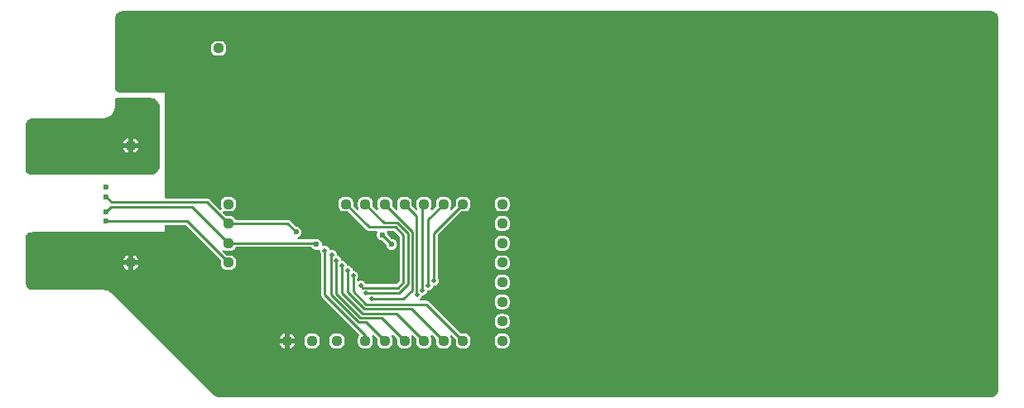
<source format=gbr>
%TF.GenerationSoftware,KiCad,Pcbnew,6.0.11+dfsg-1~bpo11+1*%
%TF.CreationDate,2024-03-27T18:48:50-04:00*%
%TF.ProjectId,WIP - Prototyping Module,57495020-2d20-4507-926f-746f74797069,0.0.0*%
%TF.SameCoordinates,Original*%
%TF.FileFunction,Copper,L2,Bot*%
%TF.FilePolarity,Positive*%
%FSLAX46Y46*%
G04 Gerber Fmt 4.6, Leading zero omitted, Abs format (unit mm)*
G04 Created by KiCad (PCBNEW 6.0.11+dfsg-1~bpo11+1) date 2024-03-27 18:48:50*
%MOMM*%
%LPD*%
G01*
G04 APERTURE LIST*
G04 Aperture macros list*
%AMRoundRect*
0 Rectangle with rounded corners*
0 $1 Rounding radius*
0 $2 $3 $4 $5 $6 $7 $8 $9 X,Y pos of 4 corners*
0 Add a 4 corners polygon primitive as box body*
4,1,4,$2,$3,$4,$5,$6,$7,$8,$9,$2,$3,0*
0 Add four circle primitives for the rounded corners*
1,1,$1+$1,$2,$3*
1,1,$1+$1,$4,$5*
1,1,$1+$1,$6,$7*
1,1,$1+$1,$8,$9*
0 Add four rect primitives between the rounded corners*
20,1,$1+$1,$2,$3,$4,$5,0*
20,1,$1+$1,$4,$5,$6,$7,0*
20,1,$1+$1,$6,$7,$8,$9,0*
20,1,$1+$1,$8,$9,$2,$3,0*%
G04 Aperture macros list end*
%TA.AperFunction,ComponentPad*%
%ADD10RoundRect,0.330000X-0.170000X-0.170000X0.170000X-0.170000X0.170000X0.170000X-0.170000X0.170000X0*%
%TD*%
%TA.AperFunction,ComponentPad*%
%ADD11RoundRect,0.330000X0.170000X-0.170000X0.170000X0.170000X-0.170000X0.170000X-0.170000X-0.170000X0*%
%TD*%
%TA.AperFunction,ViaPad*%
%ADD12C,1.600000*%
%TD*%
%TA.AperFunction,ViaPad*%
%ADD13C,0.800000*%
%TD*%
%TA.AperFunction,ViaPad*%
%ADD14C,0.600000*%
%TD*%
%TA.AperFunction,ViaPad*%
%ADD15C,0.500000*%
%TD*%
%TA.AperFunction,Conductor*%
%ADD16C,0.250000*%
%TD*%
G04 APERTURE END LIST*
D10*
%TO.P,TPc1,1,1*%
%TO.N,PC1*%
X87000000Y-114000000D03*
%TD*%
%TO.P,TP3,1,1*%
%TO.N,Dat0*%
X71000000Y-106000000D03*
%TD*%
%TO.P,TP1,1,1*%
%TO.N,Vsrc*%
X61000000Y-94000000D03*
%TD*%
D11*
%TO.P,TPc4,1,1*%
%TO.N,PC4*%
X93000000Y-114000000D03*
%TD*%
D10*
%TO.P,TPb4,1,1*%
%TO.N,PB4*%
X99000000Y-108000000D03*
%TD*%
D11*
%TO.P,TPa2,1,1*%
%TO.N,PA2*%
X85000000Y-100000000D03*
%TD*%
%TO.P,TPc5,1,1*%
%TO.N,PC5*%
X95000000Y-114000000D03*
%TD*%
%TO.P,TPa4,1,1*%
%TO.N,PA4*%
X89000000Y-100000000D03*
%TD*%
%TO.P,TP9,1,1*%
%TO.N,GND*%
X77000000Y-114000000D03*
%TD*%
D10*
%TO.P,TPb1,1,1*%
%TO.N,PB1*%
X99000000Y-102000000D03*
%TD*%
D11*
%TO.P,TPc2,1,1*%
%TO.N,PC2*%
X89000000Y-114000000D03*
%TD*%
%TO.P,TPa7,1,1*%
%TO.N,PA7*%
X95000000Y-100000000D03*
%TD*%
D10*
%TO.P,TPc0,1,1*%
%TO.N,PC0*%
X85000000Y-114000000D03*
%TD*%
%TO.P,TP2,1,1*%
%TO.N,Vin*%
X70000000Y-84074000D03*
%TD*%
%TO.P,TPb5,1,1*%
%TO.N,PB5*%
X99000000Y-110000000D03*
%TD*%
%TO.P,TP7,1,1*%
%TO.N,GND*%
X61000000Y-106000000D03*
%TD*%
D11*
%TO.P,TPa0,1,1*%
%TO.N,~{RESET}*%
X82080000Y-114000000D03*
%TD*%
%TO.P,TPa6,1,1*%
%TO.N,PA6*%
X93000000Y-100000000D03*
%TD*%
%TO.P,TPa1,1,1*%
%TO.N,PA1*%
X83000000Y-100000000D03*
%TD*%
D10*
%TO.P,TPb2,1,1*%
%TO.N,PB2*%
X99000000Y-104000000D03*
%TD*%
%TO.P,TP6,1,1*%
%TO.N,PB0*%
X71000000Y-104000000D03*
%TD*%
D11*
%TO.P,TP8,1,1*%
%TO.N,I2C-Vcc*%
X79540000Y-114000000D03*
%TD*%
%TO.P,TPa5,1,1*%
%TO.N,PA5*%
X91000000Y-100000000D03*
%TD*%
D10*
%TO.P,TPb7,1,1*%
%TO.N,PB7*%
X99000000Y-114000000D03*
%TD*%
%TO.P,TPb0,1,1*%
%TO.N,PB0*%
X99000000Y-100000000D03*
%TD*%
%TO.P,TPb3,1,1*%
%TO.N,PB3*%
X99000000Y-106000000D03*
%TD*%
D11*
%TO.P,TPc3,1,1*%
%TO.N,PC3*%
X91000000Y-114000000D03*
%TD*%
%TO.P,TPa3,1,1*%
%TO.N,PA3*%
X87000000Y-100000000D03*
%TD*%
D10*
%TO.P,TP4,1,1*%
%TO.N,I2C-Vcc*%
X71000000Y-100000000D03*
%TD*%
%TO.P,TP5,1,1*%
%TO.N,PB1*%
X71000000Y-102000000D03*
%TD*%
%TO.P,TPb6,1,1*%
%TO.N,PB6*%
X99000000Y-112000000D03*
%TD*%
D12*
%TO.N,GND*%
X70040000Y-119000000D03*
X75000000Y-119000000D03*
X63000000Y-104000000D03*
X148000000Y-119000000D03*
D13*
X86602225Y-107596737D03*
X87366058Y-107010000D03*
D12*
X148000000Y-98552000D03*
D13*
X88062376Y-106383869D03*
D12*
X125000000Y-98552000D03*
X100000000Y-119000000D03*
X59000000Y-104000000D03*
D13*
X86614000Y-106372094D03*
X88003499Y-107643839D03*
D12*
X125000000Y-119000000D03*
D14*
%TO.N,Dat0*%
X58500000Y-101760000D03*
D15*
%TO.N,PA4*%
X90275494Y-109286500D03*
%TO.N,PA5*%
X90816265Y-108834500D03*
%TO.N,PA6*%
X91405346Y-108334500D03*
%TO.N,PA7*%
X92017250Y-107834500D03*
%TO.N,PA1*%
X84526000Y-108334500D03*
%TO.N,PA2*%
X85090000Y-109129500D03*
%TO.N,PA3*%
X85636000Y-109704000D03*
D14*
%TO.N,PB0*%
X80010000Y-104140000D03*
X58500000Y-100760000D03*
%TO.N,PB1*%
X86719221Y-103151601D03*
X58500000Y-99240000D03*
X87682777Y-104115157D03*
X77915000Y-102870000D03*
D15*
%TO.N,PC2*%
X82043020Y-105761020D03*
%TO.N,PC3*%
X82638000Y-106334500D03*
%TO.N,PC4*%
X83232000Y-106834500D03*
%TO.N,PC5*%
X83748000Y-107334500D03*
D12*
%TO.N,Vsrc*%
X63000000Y-96000000D03*
X59000000Y-96000000D03*
D14*
%TO.N,I2C-Vcc*%
X58500000Y-98240000D03*
D15*
%TO.N,PC0*%
X80860520Y-104736520D03*
%TO.N,PC1*%
X81564520Y-105186520D03*
%TD*%
D16*
%TO.N,Dat0*%
X66760000Y-101760000D02*
X58500000Y-101760000D01*
X71000000Y-106000000D02*
X66760000Y-101760000D01*
%TO.N,PA4*%
X90241265Y-109252271D02*
X90241265Y-101241265D01*
X90275494Y-109286500D02*
X90241265Y-109252271D01*
X90241265Y-101241265D02*
X89000000Y-100000000D01*
%TO.N,PA5*%
X90816265Y-108834500D02*
X90816265Y-100183735D01*
X90816265Y-100183735D02*
X91000000Y-100000000D01*
%TO.N,PA6*%
X91405346Y-108334500D02*
X91405346Y-101594654D01*
X91405346Y-101594654D02*
X93000000Y-100000000D01*
%TO.N,PA7*%
X92017250Y-107834500D02*
X92017250Y-102982750D01*
X92017250Y-102982750D02*
X95000000Y-100000000D01*
%TO.N,PA1*%
X88891265Y-103164057D02*
X88891265Y-108017604D01*
X84746500Y-108555000D02*
X84526000Y-108334500D01*
X85362000Y-102362000D02*
X88089208Y-102362000D01*
X88353869Y-108555000D02*
X84746500Y-108555000D01*
X88089208Y-102362000D02*
X88891265Y-103164057D01*
X88891265Y-108017604D02*
X88353869Y-108555000D01*
X83000000Y-100000000D02*
X85362000Y-102362000D01*
%TO.N,PA2*%
X89341265Y-108204000D02*
X88415765Y-109129500D01*
X89341265Y-102977661D02*
X89341265Y-108204000D01*
X88275604Y-101912000D02*
X89341265Y-102977661D01*
X85000000Y-100000000D02*
X86912000Y-101912000D01*
X88415765Y-109129500D02*
X85090000Y-109129500D01*
X86912000Y-101912000D02*
X88275604Y-101912000D01*
%TO.N,PA3*%
X88900000Y-109728000D02*
X89791265Y-108836735D01*
X89791265Y-102791265D02*
X87000000Y-100000000D01*
X85660000Y-109728000D02*
X88900000Y-109728000D01*
X85636000Y-109704000D02*
X85660000Y-109728000D01*
X89791265Y-108836735D02*
X89791265Y-102791265D01*
%TO.N,PB0*%
X58988000Y-100272000D02*
X58500000Y-100760000D01*
X79870000Y-104000000D02*
X71000000Y-104000000D01*
X80010000Y-104140000D02*
X79870000Y-104000000D01*
X67272000Y-100272000D02*
X58988000Y-100272000D01*
X71000000Y-104000000D02*
X67272000Y-100272000D01*
%TO.N,PB1*%
X59082000Y-99822000D02*
X63500000Y-99822000D01*
X77045000Y-102000000D02*
X71000000Y-102000000D01*
X77915000Y-102870000D02*
X77045000Y-102000000D01*
X71000000Y-102000000D02*
X68822000Y-99822000D01*
X68822000Y-99822000D02*
X63500000Y-99822000D01*
X58500000Y-99240000D02*
X59082000Y-99822000D01*
X86719221Y-103151601D02*
X87682777Y-104115157D01*
%TO.N,PC2*%
X86629000Y-111629000D02*
X84501812Y-111629000D01*
X84501812Y-111629000D02*
X82043020Y-109170208D01*
X89000000Y-114000000D02*
X86629000Y-111629000D01*
X82043020Y-109170208D02*
X82043020Y-105761020D01*
%TO.N,PC3*%
X84688208Y-111179000D02*
X82638000Y-109128792D01*
X88179000Y-111179000D02*
X84688208Y-111179000D01*
X91000000Y-114000000D02*
X88179000Y-111179000D01*
X82638000Y-109128792D02*
X82638000Y-106334500D01*
%TO.N,PC4*%
X89729000Y-110729000D02*
X84874604Y-110729000D01*
X83173000Y-106893500D02*
X83232000Y-106834500D01*
X83173000Y-109027396D02*
X83173000Y-106893500D01*
X84874604Y-110729000D02*
X83173000Y-109027396D01*
X93000000Y-114000000D02*
X89729000Y-110729000D01*
%TO.N,PC5*%
X83748000Y-108966000D02*
X83748000Y-107334500D01*
X85061000Y-110279000D02*
X83748000Y-108966000D01*
X91279000Y-110279000D02*
X85061000Y-110279000D01*
X95000000Y-114000000D02*
X91279000Y-110279000D01*
%TO.N,PC0*%
X80860520Y-109260500D02*
X85000000Y-113399980D01*
X85000000Y-113399980D02*
X85000000Y-114000000D01*
X80860520Y-104736520D02*
X80860520Y-109260500D01*
%TO.N,PC1*%
X87000000Y-114000000D02*
X85079000Y-112079000D01*
X85079000Y-112079000D02*
X84315416Y-112079000D01*
X81468020Y-109231604D02*
X81468020Y-105283020D01*
X81468020Y-105283020D02*
X81564520Y-105186520D01*
X84315416Y-112079000D02*
X81468020Y-109231604D01*
%TD*%
%TA.AperFunction,Conductor*%
%TO.N,GND*%
G36*
X148987103Y-80256921D02*
G01*
X149000000Y-80259486D01*
X149012170Y-80257065D01*
X149019856Y-80257065D01*
X149032207Y-80257672D01*
X149133092Y-80267609D01*
X149157309Y-80272425D01*
X149273426Y-80307649D01*
X149296226Y-80317093D01*
X149403239Y-80374292D01*
X149423770Y-80388011D01*
X149517556Y-80464981D01*
X149535019Y-80482444D01*
X149611989Y-80576230D01*
X149625708Y-80596761D01*
X149682907Y-80703774D01*
X149692351Y-80726574D01*
X149727575Y-80842691D01*
X149732391Y-80866908D01*
X149742328Y-80967793D01*
X149742935Y-80980144D01*
X149742935Y-80987830D01*
X149740514Y-81000000D01*
X149742935Y-81012170D01*
X149743079Y-81012894D01*
X149745500Y-81037476D01*
X149745500Y-118962524D01*
X149743079Y-118987103D01*
X149740514Y-119000000D01*
X149742935Y-119012170D01*
X149742935Y-119019856D01*
X149742328Y-119032207D01*
X149732391Y-119133092D01*
X149727575Y-119157309D01*
X149692351Y-119273426D01*
X149682907Y-119296226D01*
X149625708Y-119403239D01*
X149611989Y-119423770D01*
X149535019Y-119517556D01*
X149517556Y-119535019D01*
X149423770Y-119611989D01*
X149403239Y-119625708D01*
X149296226Y-119682907D01*
X149273426Y-119692351D01*
X149157309Y-119727575D01*
X149133092Y-119732391D01*
X149032207Y-119742328D01*
X149019856Y-119742935D01*
X149012170Y-119742935D01*
X149000000Y-119740514D01*
X148987103Y-119743079D01*
X148962524Y-119745500D01*
X70180761Y-119745500D01*
X70156641Y-119743169D01*
X70143038Y-119740516D01*
X70130875Y-119742982D01*
X70118561Y-119743028D01*
X70107791Y-119742606D01*
X69971926Y-119731449D01*
X69950681Y-119727856D01*
X69841033Y-119699481D01*
X69794919Y-119687548D01*
X69774590Y-119680383D01*
X69653636Y-119625714D01*
X69627978Y-119614117D01*
X69609169Y-119603592D01*
X69476005Y-119513311D01*
X69459263Y-119499733D01*
X69361212Y-119405212D01*
X69354584Y-119396656D01*
X69353760Y-119397376D01*
X69345595Y-119388031D01*
X69339411Y-119377273D01*
X69318771Y-119361374D01*
X69306567Y-119350650D01*
X64227501Y-114271583D01*
X76254335Y-114271583D01*
X76259954Y-114314267D01*
X76264192Y-114330085D01*
X76316717Y-114456892D01*
X76324903Y-114471070D01*
X76408460Y-114579962D01*
X76420040Y-114591542D01*
X76528928Y-114675095D01*
X76543111Y-114683283D01*
X76669916Y-114735808D01*
X76685733Y-114740046D01*
X76728039Y-114745615D01*
X76742221Y-114743404D01*
X76746000Y-114730246D01*
X76746000Y-114729865D01*
X77254000Y-114729865D01*
X77258044Y-114743636D01*
X77271583Y-114745665D01*
X77314267Y-114740046D01*
X77330085Y-114735808D01*
X77456892Y-114683283D01*
X77471070Y-114675097D01*
X77579962Y-114591540D01*
X77591542Y-114579960D01*
X77675095Y-114471072D01*
X77683283Y-114456889D01*
X77735808Y-114330084D01*
X77740046Y-114314267D01*
X77745615Y-114271961D01*
X77743404Y-114257779D01*
X77730246Y-114254000D01*
X77272115Y-114254000D01*
X77256876Y-114258475D01*
X77255671Y-114259865D01*
X77254000Y-114267548D01*
X77254000Y-114729865D01*
X76746000Y-114729865D01*
X76746000Y-114272115D01*
X76741525Y-114256876D01*
X76740135Y-114255671D01*
X76732452Y-114254000D01*
X76270135Y-114254000D01*
X76256364Y-114258044D01*
X76254335Y-114271583D01*
X64227501Y-114271583D01*
X63747605Y-113791687D01*
X78785500Y-113791687D01*
X78785501Y-114208312D01*
X78786039Y-114212396D01*
X78786039Y-114212402D01*
X78793900Y-114272115D01*
X78800544Y-114322585D01*
X78859440Y-114464772D01*
X78953129Y-114586871D01*
X79075228Y-114680560D01*
X79217415Y-114739456D01*
X79225603Y-114740534D01*
X79327593Y-114753961D01*
X79331687Y-114754500D01*
X79539974Y-114754500D01*
X79748312Y-114754499D01*
X79752396Y-114753961D01*
X79752402Y-114753961D01*
X79854398Y-114740534D01*
X79854400Y-114740533D01*
X79862585Y-114739456D01*
X80004772Y-114680560D01*
X80126871Y-114586871D01*
X80220560Y-114464772D01*
X80279456Y-114322585D01*
X80286121Y-114271961D01*
X80293962Y-114212400D01*
X80293962Y-114212399D01*
X80294500Y-114208313D01*
X80294499Y-113791688D01*
X80294499Y-113791687D01*
X81325500Y-113791687D01*
X81325501Y-114208312D01*
X81326039Y-114212396D01*
X81326039Y-114212402D01*
X81333900Y-114272115D01*
X81340544Y-114322585D01*
X81399440Y-114464772D01*
X81493129Y-114586871D01*
X81615228Y-114680560D01*
X81757415Y-114739456D01*
X81765603Y-114740534D01*
X81867593Y-114753961D01*
X81871687Y-114754500D01*
X82079974Y-114754500D01*
X82288312Y-114754499D01*
X82292396Y-114753961D01*
X82292402Y-114753961D01*
X82394398Y-114740534D01*
X82394400Y-114740533D01*
X82402585Y-114739456D01*
X82544772Y-114680560D01*
X82666871Y-114586871D01*
X82760560Y-114464772D01*
X82819456Y-114322585D01*
X82826121Y-114271961D01*
X82833962Y-114212400D01*
X82833962Y-114212399D01*
X82834500Y-114208313D01*
X82834499Y-113791688D01*
X82827953Y-113741956D01*
X82820534Y-113685602D01*
X82820533Y-113685600D01*
X82819456Y-113677415D01*
X82760560Y-113535228D01*
X82666871Y-113413129D01*
X82544772Y-113319440D01*
X82402585Y-113260544D01*
X82372597Y-113256596D01*
X82292400Y-113246038D01*
X82292399Y-113246038D01*
X82288313Y-113245500D01*
X82080026Y-113245500D01*
X81871688Y-113245501D01*
X81867604Y-113246039D01*
X81867598Y-113246039D01*
X81765602Y-113259466D01*
X81765600Y-113259467D01*
X81757415Y-113260544D01*
X81615228Y-113319440D01*
X81493129Y-113413129D01*
X81399440Y-113535228D01*
X81340544Y-113677415D01*
X81339466Y-113685602D01*
X81339466Y-113685603D01*
X81333830Y-113728417D01*
X81325500Y-113791687D01*
X80294499Y-113791687D01*
X80287953Y-113741956D01*
X80280534Y-113685602D01*
X80280533Y-113685600D01*
X80279456Y-113677415D01*
X80220560Y-113535228D01*
X80126871Y-113413129D01*
X80004772Y-113319440D01*
X79862585Y-113260544D01*
X79832597Y-113256596D01*
X79752400Y-113246038D01*
X79752399Y-113246038D01*
X79748313Y-113245500D01*
X79540026Y-113245500D01*
X79331688Y-113245501D01*
X79327604Y-113246039D01*
X79327598Y-113246039D01*
X79225602Y-113259466D01*
X79225600Y-113259467D01*
X79217415Y-113260544D01*
X79075228Y-113319440D01*
X78953129Y-113413129D01*
X78859440Y-113535228D01*
X78800544Y-113677415D01*
X78799466Y-113685602D01*
X78799466Y-113685603D01*
X78793830Y-113728417D01*
X78785500Y-113791687D01*
X63747605Y-113791687D01*
X63683957Y-113728039D01*
X76254385Y-113728039D01*
X76256596Y-113742221D01*
X76269754Y-113746000D01*
X76727885Y-113746000D01*
X76743124Y-113741525D01*
X76744329Y-113740135D01*
X76746000Y-113732452D01*
X76746000Y-113727885D01*
X77254000Y-113727885D01*
X77258475Y-113743124D01*
X77259865Y-113744329D01*
X77267548Y-113746000D01*
X77729865Y-113746000D01*
X77743636Y-113741956D01*
X77745665Y-113728417D01*
X77740046Y-113685733D01*
X77735808Y-113669915D01*
X77683283Y-113543108D01*
X77675097Y-113528930D01*
X77591540Y-113420038D01*
X77579960Y-113408458D01*
X77471072Y-113324905D01*
X77456889Y-113316717D01*
X77330084Y-113264192D01*
X77314267Y-113259954D01*
X77271961Y-113254385D01*
X77257779Y-113256596D01*
X77254000Y-113269754D01*
X77254000Y-113727885D01*
X76746000Y-113727885D01*
X76746000Y-113270135D01*
X76741956Y-113256364D01*
X76728417Y-113254335D01*
X76685733Y-113259954D01*
X76669915Y-113264192D01*
X76543108Y-113316717D01*
X76528930Y-113324903D01*
X76420038Y-113408460D01*
X76408458Y-113420040D01*
X76324905Y-113528928D01*
X76316717Y-113543111D01*
X76264192Y-113669916D01*
X76259954Y-113685733D01*
X76254385Y-113728039D01*
X63683957Y-113728039D01*
X59357851Y-109401933D01*
X59351235Y-109394786D01*
X59347187Y-109390058D01*
X59341110Y-109379238D01*
X59333353Y-109373138D01*
X59328049Y-109367707D01*
X59327838Y-109367460D01*
X59327594Y-109367240D01*
X59182604Y-109218765D01*
X59179367Y-109216220D01*
X59179362Y-109216215D01*
X59046114Y-109111433D01*
X59005371Y-109079394D01*
X58969395Y-109058050D01*
X58815007Y-108966453D01*
X58815005Y-108966452D01*
X58811462Y-108964350D01*
X58807673Y-108962728D01*
X58807670Y-108962726D01*
X58607983Y-108877221D01*
X58604195Y-108875599D01*
X58387118Y-108814662D01*
X58383032Y-108814075D01*
X58383029Y-108814074D01*
X58181750Y-108785140D01*
X58181369Y-108785060D01*
X58180986Y-108785030D01*
X58173582Y-108783966D01*
X58164044Y-108781289D01*
X58151719Y-108782763D01*
X58136291Y-108784608D01*
X58121329Y-108785500D01*
X51037476Y-108785500D01*
X51012897Y-108783079D01*
X51000000Y-108780514D01*
X50987830Y-108782935D01*
X50980144Y-108782935D01*
X50967793Y-108782328D01*
X50866908Y-108772391D01*
X50842691Y-108767575D01*
X50726574Y-108732351D01*
X50703774Y-108722907D01*
X50596761Y-108665708D01*
X50576230Y-108651989D01*
X50482444Y-108575019D01*
X50464981Y-108557556D01*
X50388011Y-108463770D01*
X50374292Y-108443239D01*
X50317093Y-108336226D01*
X50307649Y-108313426D01*
X50272425Y-108197309D01*
X50267609Y-108173092D01*
X50257672Y-108072207D01*
X50257065Y-108059856D01*
X50257065Y-108052170D01*
X50259486Y-108040000D01*
X50256921Y-108027103D01*
X50254500Y-108002524D01*
X50254500Y-106271583D01*
X60254335Y-106271583D01*
X60259954Y-106314267D01*
X60264192Y-106330085D01*
X60316717Y-106456892D01*
X60324903Y-106471070D01*
X60408460Y-106579962D01*
X60420040Y-106591542D01*
X60528928Y-106675095D01*
X60543111Y-106683283D01*
X60669916Y-106735808D01*
X60685733Y-106740046D01*
X60728039Y-106745615D01*
X60742221Y-106743404D01*
X60746000Y-106730246D01*
X60746000Y-106729865D01*
X61254000Y-106729865D01*
X61258044Y-106743636D01*
X61271583Y-106745665D01*
X61314267Y-106740046D01*
X61330085Y-106735808D01*
X61456892Y-106683283D01*
X61471070Y-106675097D01*
X61579962Y-106591540D01*
X61591542Y-106579960D01*
X61675095Y-106471072D01*
X61683283Y-106456889D01*
X61735808Y-106330084D01*
X61740046Y-106314267D01*
X61745615Y-106271961D01*
X61743404Y-106257779D01*
X61730246Y-106254000D01*
X61272115Y-106254000D01*
X61256876Y-106258475D01*
X61255671Y-106259865D01*
X61254000Y-106267548D01*
X61254000Y-106729865D01*
X60746000Y-106729865D01*
X60746000Y-106272115D01*
X60741525Y-106256876D01*
X60740135Y-106255671D01*
X60732452Y-106254000D01*
X60270135Y-106254000D01*
X60256364Y-106258044D01*
X60254335Y-106271583D01*
X50254500Y-106271583D01*
X50254500Y-105728039D01*
X60254385Y-105728039D01*
X60256596Y-105742221D01*
X60269754Y-105746000D01*
X60727885Y-105746000D01*
X60743124Y-105741525D01*
X60744329Y-105740135D01*
X60746000Y-105732452D01*
X60746000Y-105727885D01*
X61254000Y-105727885D01*
X61258475Y-105743124D01*
X61259865Y-105744329D01*
X61267548Y-105746000D01*
X61729865Y-105746000D01*
X61743636Y-105741956D01*
X61745665Y-105728417D01*
X61740046Y-105685733D01*
X61735808Y-105669915D01*
X61683283Y-105543108D01*
X61675097Y-105528930D01*
X61591540Y-105420038D01*
X61579960Y-105408458D01*
X61471072Y-105324905D01*
X61456889Y-105316717D01*
X61330084Y-105264192D01*
X61314267Y-105259954D01*
X61271961Y-105254385D01*
X61257779Y-105256596D01*
X61254000Y-105269754D01*
X61254000Y-105727885D01*
X60746000Y-105727885D01*
X60746000Y-105270135D01*
X60741956Y-105256364D01*
X60728417Y-105254335D01*
X60685733Y-105259954D01*
X60669915Y-105264192D01*
X60543108Y-105316717D01*
X60528930Y-105324903D01*
X60420038Y-105408460D01*
X60408458Y-105420040D01*
X60324905Y-105528928D01*
X60316717Y-105543111D01*
X60264192Y-105669916D01*
X60259954Y-105685733D01*
X60254385Y-105728039D01*
X50254500Y-105728039D01*
X50254500Y-103254759D01*
X50274502Y-103186638D01*
X50283100Y-103174826D01*
X50285022Y-103172484D01*
X50302485Y-103155021D01*
X50434842Y-103046399D01*
X50455369Y-103032683D01*
X50606371Y-102951971D01*
X50629191Y-102942518D01*
X50793043Y-102892815D01*
X50817260Y-102887999D01*
X50993837Y-102870607D01*
X51006187Y-102870000D01*
X64516000Y-102870000D01*
X64516000Y-102156166D01*
X64550845Y-102140627D01*
X64567662Y-102139500D01*
X66550616Y-102139500D01*
X66618737Y-102159502D01*
X66639711Y-102176405D01*
X70208595Y-105745289D01*
X70242621Y-105807601D01*
X70245500Y-105834384D01*
X70245501Y-106208312D01*
X70246039Y-106212396D01*
X70246039Y-106212402D01*
X70259449Y-106314267D01*
X70260544Y-106322585D01*
X70319440Y-106464772D01*
X70413129Y-106586871D01*
X70535228Y-106680560D01*
X70677415Y-106739456D01*
X70685603Y-106740534D01*
X70787593Y-106753961D01*
X70791687Y-106754500D01*
X70999974Y-106754500D01*
X71208312Y-106754499D01*
X71212396Y-106753961D01*
X71212402Y-106753961D01*
X71314398Y-106740534D01*
X71314400Y-106740533D01*
X71322585Y-106739456D01*
X71464772Y-106680560D01*
X71586871Y-106586871D01*
X71680560Y-106464772D01*
X71739456Y-106322585D01*
X71740551Y-106314267D01*
X71753962Y-106212400D01*
X71753962Y-106212399D01*
X71754500Y-106208313D01*
X71754499Y-105791688D01*
X71752102Y-105773473D01*
X71740534Y-105685602D01*
X71740533Y-105685600D01*
X71739456Y-105677415D01*
X71680560Y-105535228D01*
X71586871Y-105413129D01*
X71464772Y-105319440D01*
X71322585Y-105260544D01*
X71292597Y-105256596D01*
X71212400Y-105246038D01*
X71212399Y-105246038D01*
X71208313Y-105245500D01*
X71171633Y-105245500D01*
X70834385Y-105245501D01*
X70766265Y-105225499D01*
X70745290Y-105208596D01*
X70440325Y-104903631D01*
X70406299Y-104841319D01*
X70411364Y-104770504D01*
X70453911Y-104713668D01*
X70520431Y-104688857D01*
X70577638Y-104698127D01*
X70669786Y-104736296D01*
X70677415Y-104739456D01*
X70685603Y-104740534D01*
X70787593Y-104753961D01*
X70791687Y-104754500D01*
X70999974Y-104754500D01*
X71208312Y-104754499D01*
X71212396Y-104753961D01*
X71212402Y-104753961D01*
X71314398Y-104740534D01*
X71314400Y-104740533D01*
X71322585Y-104739456D01*
X71464772Y-104680560D01*
X71474150Y-104673364D01*
X71580321Y-104591897D01*
X71586871Y-104586871D01*
X71645372Y-104510631D01*
X71675531Y-104471326D01*
X71680560Y-104464772D01*
X71683721Y-104457140D01*
X71687850Y-104449989D01*
X71689004Y-104450655D01*
X71728205Y-104402005D01*
X71800071Y-104379500D01*
X79432706Y-104379500D01*
X79500827Y-104399502D01*
X79532668Y-104428796D01*
X79609495Y-104528919D01*
X79609500Y-104528924D01*
X79614526Y-104535474D01*
X79621076Y-104540500D01*
X79621079Y-104540503D01*
X79697981Y-104599512D01*
X79730357Y-104624355D01*
X79865246Y-104680228D01*
X79873434Y-104681306D01*
X79930791Y-104688857D01*
X80010000Y-104699285D01*
X80018188Y-104698207D01*
X80059062Y-104692826D01*
X80089209Y-104688857D01*
X80146566Y-104681306D01*
X80154754Y-104680228D01*
X80162382Y-104677068D01*
X80162387Y-104677067D01*
X80182738Y-104668637D01*
X80253328Y-104661047D01*
X80316815Y-104692826D01*
X80353043Y-104753884D01*
X80355893Y-104768707D01*
X80360304Y-104802438D01*
X80369608Y-104873585D01*
X80427809Y-105005859D01*
X80433581Y-105012726D01*
X80433585Y-105012732D01*
X80451470Y-105034008D01*
X80479992Y-105099024D01*
X80481020Y-105115084D01*
X80481020Y-109206580D01*
X80478471Y-109230528D01*
X80478392Y-109232193D01*
X80476200Y-109242376D01*
X80477424Y-109252717D01*
X80480147Y-109275723D01*
X80480497Y-109281654D01*
X80480592Y-109281646D01*
X80481020Y-109286824D01*
X80481020Y-109292024D01*
X80481874Y-109297153D01*
X80481874Y-109297156D01*
X80484189Y-109311065D01*
X80485026Y-109316943D01*
X80487509Y-109337918D01*
X80491050Y-109367841D01*
X80495013Y-109376093D01*
X80496516Y-109385126D01*
X80501463Y-109394295D01*
X80501464Y-109394297D01*
X80520854Y-109430232D01*
X80523551Y-109435525D01*
X80542305Y-109474582D01*
X80542308Y-109474586D01*
X80545739Y-109481732D01*
X80549334Y-109486008D01*
X80551257Y-109487931D01*
X80553029Y-109489863D01*
X80553072Y-109489942D01*
X80552948Y-109490055D01*
X80553424Y-109490595D01*
X80556510Y-109496314D01*
X80564155Y-109503381D01*
X80596106Y-109532916D01*
X80599672Y-109536346D01*
X84362489Y-113299163D01*
X84396515Y-113361475D01*
X84391450Y-113432290D01*
X84373357Y-113464961D01*
X84324469Y-113528674D01*
X84319440Y-113535228D01*
X84260544Y-113677415D01*
X84259466Y-113685602D01*
X84259466Y-113685603D01*
X84253830Y-113728417D01*
X84245500Y-113791687D01*
X84245501Y-114208312D01*
X84246039Y-114212396D01*
X84246039Y-114212402D01*
X84253900Y-114272115D01*
X84260544Y-114322585D01*
X84319440Y-114464772D01*
X84413129Y-114586871D01*
X84535228Y-114680560D01*
X84677415Y-114739456D01*
X84685603Y-114740534D01*
X84787593Y-114753961D01*
X84791687Y-114754500D01*
X84999974Y-114754500D01*
X85208312Y-114754499D01*
X85212396Y-114753961D01*
X85212402Y-114753961D01*
X85314398Y-114740534D01*
X85314400Y-114740533D01*
X85322585Y-114739456D01*
X85464772Y-114680560D01*
X85586871Y-114586871D01*
X85680560Y-114464772D01*
X85739456Y-114322585D01*
X85746121Y-114271961D01*
X85753962Y-114212400D01*
X85753962Y-114212399D01*
X85754500Y-114208313D01*
X85754499Y-113791688D01*
X85747953Y-113741956D01*
X85740534Y-113685602D01*
X85740533Y-113685600D01*
X85739456Y-113677415D01*
X85698127Y-113577638D01*
X85690538Y-113507048D01*
X85722317Y-113443561D01*
X85783375Y-113407334D01*
X85854327Y-113409868D01*
X85903631Y-113440325D01*
X86208595Y-113745289D01*
X86242621Y-113807601D01*
X86245500Y-113834384D01*
X86245501Y-114208312D01*
X86246039Y-114212396D01*
X86246039Y-114212402D01*
X86253900Y-114272115D01*
X86260544Y-114322585D01*
X86319440Y-114464772D01*
X86413129Y-114586871D01*
X86535228Y-114680560D01*
X86677415Y-114739456D01*
X86685603Y-114740534D01*
X86787593Y-114753961D01*
X86791687Y-114754500D01*
X86999974Y-114754500D01*
X87208312Y-114754499D01*
X87212396Y-114753961D01*
X87212402Y-114753961D01*
X87314398Y-114740534D01*
X87314400Y-114740533D01*
X87322585Y-114739456D01*
X87464772Y-114680560D01*
X87586871Y-114586871D01*
X87680560Y-114464772D01*
X87739456Y-114322585D01*
X87746121Y-114271961D01*
X87753962Y-114212400D01*
X87753962Y-114212399D01*
X87754500Y-114208313D01*
X87754499Y-113791688D01*
X87747953Y-113741956D01*
X87740534Y-113685602D01*
X87740533Y-113685600D01*
X87739456Y-113677415D01*
X87698127Y-113577638D01*
X87690538Y-113507048D01*
X87722317Y-113443561D01*
X87783375Y-113407334D01*
X87854327Y-113409868D01*
X87903631Y-113440325D01*
X88208595Y-113745289D01*
X88242621Y-113807601D01*
X88245500Y-113834384D01*
X88245501Y-114208312D01*
X88246039Y-114212396D01*
X88246039Y-114212402D01*
X88253900Y-114272115D01*
X88260544Y-114322585D01*
X88319440Y-114464772D01*
X88413129Y-114586871D01*
X88535228Y-114680560D01*
X88677415Y-114739456D01*
X88685603Y-114740534D01*
X88787593Y-114753961D01*
X88791687Y-114754500D01*
X88999974Y-114754500D01*
X89208312Y-114754499D01*
X89212396Y-114753961D01*
X89212402Y-114753961D01*
X89314398Y-114740534D01*
X89314400Y-114740533D01*
X89322585Y-114739456D01*
X89464772Y-114680560D01*
X89586871Y-114586871D01*
X89680560Y-114464772D01*
X89739456Y-114322585D01*
X89746121Y-114271961D01*
X89753962Y-114212400D01*
X89753962Y-114212399D01*
X89754500Y-114208313D01*
X89754499Y-113791688D01*
X89747953Y-113741956D01*
X89740534Y-113685602D01*
X89740533Y-113685600D01*
X89739456Y-113677415D01*
X89698127Y-113577638D01*
X89690538Y-113507050D01*
X89722317Y-113443563D01*
X89783375Y-113407335D01*
X89854326Y-113409869D01*
X89903631Y-113440326D01*
X90208595Y-113745290D01*
X90242621Y-113807602D01*
X90245500Y-113834384D01*
X90245501Y-114208312D01*
X90246039Y-114212396D01*
X90246039Y-114212402D01*
X90253900Y-114272115D01*
X90260544Y-114322585D01*
X90319440Y-114464772D01*
X90413129Y-114586871D01*
X90535228Y-114680560D01*
X90677415Y-114739456D01*
X90685603Y-114740534D01*
X90787593Y-114753961D01*
X90791687Y-114754500D01*
X90999974Y-114754500D01*
X91208312Y-114754499D01*
X91212396Y-114753961D01*
X91212402Y-114753961D01*
X91314398Y-114740534D01*
X91314400Y-114740533D01*
X91322585Y-114739456D01*
X91464772Y-114680560D01*
X91586871Y-114586871D01*
X91680560Y-114464772D01*
X91739456Y-114322585D01*
X91746121Y-114271961D01*
X91753962Y-114212400D01*
X91753962Y-114212399D01*
X91754500Y-114208313D01*
X91754499Y-113791688D01*
X91747953Y-113741956D01*
X91740534Y-113685602D01*
X91740533Y-113685600D01*
X91739456Y-113677415D01*
X91698127Y-113577638D01*
X91690538Y-113507048D01*
X91722317Y-113443561D01*
X91783375Y-113407334D01*
X91854327Y-113409868D01*
X91903631Y-113440325D01*
X92208595Y-113745289D01*
X92242621Y-113807601D01*
X92245500Y-113834384D01*
X92245501Y-114208312D01*
X92246039Y-114212396D01*
X92246039Y-114212402D01*
X92253900Y-114272115D01*
X92260544Y-114322585D01*
X92319440Y-114464772D01*
X92413129Y-114586871D01*
X92535228Y-114680560D01*
X92677415Y-114739456D01*
X92685603Y-114740534D01*
X92787593Y-114753961D01*
X92791687Y-114754500D01*
X92999974Y-114754500D01*
X93208312Y-114754499D01*
X93212396Y-114753961D01*
X93212402Y-114753961D01*
X93314398Y-114740534D01*
X93314400Y-114740533D01*
X93322585Y-114739456D01*
X93464772Y-114680560D01*
X93586871Y-114586871D01*
X93680560Y-114464772D01*
X93739456Y-114322585D01*
X93746121Y-114271961D01*
X93753962Y-114212400D01*
X93753962Y-114212399D01*
X93754500Y-114208313D01*
X93754499Y-113791688D01*
X93747953Y-113741956D01*
X93740534Y-113685602D01*
X93740533Y-113685600D01*
X93739456Y-113677415D01*
X93698127Y-113577638D01*
X93690538Y-113507048D01*
X93722317Y-113443561D01*
X93783375Y-113407334D01*
X93854327Y-113409868D01*
X93903631Y-113440325D01*
X94208595Y-113745289D01*
X94242621Y-113807601D01*
X94245500Y-113834384D01*
X94245501Y-114208312D01*
X94246039Y-114212396D01*
X94246039Y-114212402D01*
X94253900Y-114272115D01*
X94260544Y-114322585D01*
X94319440Y-114464772D01*
X94413129Y-114586871D01*
X94535228Y-114680560D01*
X94677415Y-114739456D01*
X94685603Y-114740534D01*
X94787593Y-114753961D01*
X94791687Y-114754500D01*
X94999974Y-114754500D01*
X95208312Y-114754499D01*
X95212396Y-114753961D01*
X95212402Y-114753961D01*
X95314398Y-114740534D01*
X95314400Y-114740533D01*
X95322585Y-114739456D01*
X95464772Y-114680560D01*
X95586871Y-114586871D01*
X95680560Y-114464772D01*
X95739456Y-114322585D01*
X95746121Y-114271961D01*
X95753962Y-114212400D01*
X95753962Y-114212399D01*
X95754500Y-114208313D01*
X95754499Y-113791688D01*
X95754499Y-113791687D01*
X98245500Y-113791687D01*
X98245501Y-114208312D01*
X98246039Y-114212396D01*
X98246039Y-114212402D01*
X98253900Y-114272115D01*
X98260544Y-114322585D01*
X98319440Y-114464772D01*
X98413129Y-114586871D01*
X98535228Y-114680560D01*
X98677415Y-114739456D01*
X98685603Y-114740534D01*
X98787593Y-114753961D01*
X98791687Y-114754500D01*
X98999974Y-114754500D01*
X99208312Y-114754499D01*
X99212396Y-114753961D01*
X99212402Y-114753961D01*
X99314398Y-114740534D01*
X99314400Y-114740533D01*
X99322585Y-114739456D01*
X99464772Y-114680560D01*
X99586871Y-114586871D01*
X99680560Y-114464772D01*
X99739456Y-114322585D01*
X99746121Y-114271961D01*
X99753962Y-114212400D01*
X99753962Y-114212399D01*
X99754500Y-114208313D01*
X99754499Y-113791688D01*
X99747953Y-113741956D01*
X99740534Y-113685602D01*
X99740533Y-113685600D01*
X99739456Y-113677415D01*
X99680560Y-113535228D01*
X99586871Y-113413129D01*
X99464772Y-113319440D01*
X99322585Y-113260544D01*
X99292597Y-113256596D01*
X99212400Y-113246038D01*
X99212399Y-113246038D01*
X99208313Y-113245500D01*
X99000026Y-113245500D01*
X98791688Y-113245501D01*
X98787604Y-113246039D01*
X98787598Y-113246039D01*
X98685602Y-113259466D01*
X98685600Y-113259467D01*
X98677415Y-113260544D01*
X98535228Y-113319440D01*
X98413129Y-113413129D01*
X98319440Y-113535228D01*
X98260544Y-113677415D01*
X98259466Y-113685602D01*
X98259466Y-113685603D01*
X98253830Y-113728417D01*
X98245500Y-113791687D01*
X95754499Y-113791687D01*
X95747953Y-113741956D01*
X95740534Y-113685602D01*
X95740533Y-113685600D01*
X95739456Y-113677415D01*
X95680560Y-113535228D01*
X95586871Y-113413129D01*
X95464772Y-113319440D01*
X95322585Y-113260544D01*
X95292597Y-113256596D01*
X95212400Y-113246038D01*
X95212399Y-113246038D01*
X95208313Y-113245500D01*
X95171633Y-113245500D01*
X94834385Y-113245501D01*
X94766265Y-113225499D01*
X94745290Y-113208596D01*
X93328381Y-111791687D01*
X98245500Y-111791687D01*
X98245501Y-112208312D01*
X98246039Y-112212396D01*
X98246039Y-112212402D01*
X98259466Y-112314397D01*
X98260544Y-112322585D01*
X98319440Y-112464772D01*
X98413129Y-112586871D01*
X98535228Y-112680560D01*
X98677415Y-112739456D01*
X98685603Y-112740534D01*
X98787593Y-112753961D01*
X98791687Y-112754500D01*
X98999974Y-112754500D01*
X99208312Y-112754499D01*
X99212396Y-112753961D01*
X99212402Y-112753961D01*
X99314398Y-112740534D01*
X99314400Y-112740533D01*
X99322585Y-112739456D01*
X99464772Y-112680560D01*
X99586871Y-112586871D01*
X99680560Y-112464772D01*
X99739456Y-112322585D01*
X99754500Y-112208313D01*
X99754499Y-111791688D01*
X99752118Y-111773595D01*
X99740534Y-111685602D01*
X99740533Y-111685600D01*
X99739456Y-111677415D01*
X99680560Y-111535228D01*
X99586871Y-111413129D01*
X99464772Y-111319440D01*
X99322585Y-111260544D01*
X99314397Y-111259466D01*
X99212400Y-111246038D01*
X99212399Y-111246038D01*
X99208313Y-111245500D01*
X99000026Y-111245500D01*
X98791688Y-111245501D01*
X98787604Y-111246039D01*
X98787598Y-111246039D01*
X98685602Y-111259466D01*
X98685600Y-111259467D01*
X98677415Y-111260544D01*
X98535228Y-111319440D01*
X98413129Y-111413129D01*
X98319440Y-111535228D01*
X98260544Y-111677415D01*
X98245500Y-111791687D01*
X93328381Y-111791687D01*
X91585478Y-110048784D01*
X91570336Y-110030036D01*
X91569221Y-110028811D01*
X91563571Y-110020060D01*
X91555393Y-110013613D01*
X91555391Y-110013611D01*
X91537200Y-109999271D01*
X91532759Y-109995325D01*
X91532697Y-109995398D01*
X91528733Y-109992039D01*
X91525056Y-109988362D01*
X91509308Y-109977108D01*
X91504638Y-109973602D01*
X91464353Y-109941844D01*
X91455719Y-109938812D01*
X91448266Y-109933486D01*
X91399150Y-109918797D01*
X91393508Y-109916964D01*
X91352633Y-109902610D01*
X91352632Y-109902610D01*
X91345149Y-109899982D01*
X91339584Y-109899500D01*
X91336876Y-109899500D01*
X91334242Y-109899386D01*
X91334144Y-109899357D01*
X91334151Y-109899193D01*
X91333447Y-109899149D01*
X91327222Y-109897287D01*
X91273365Y-109899403D01*
X91268418Y-109899500D01*
X90682086Y-109899500D01*
X90613965Y-109879498D01*
X90567472Y-109825842D01*
X90562561Y-109791687D01*
X98245500Y-109791687D01*
X98245501Y-110208312D01*
X98260544Y-110322585D01*
X98319440Y-110464772D01*
X98413129Y-110586871D01*
X98535228Y-110680560D01*
X98677415Y-110739456D01*
X98685603Y-110740534D01*
X98787593Y-110753961D01*
X98791687Y-110754500D01*
X98999974Y-110754500D01*
X99208312Y-110754499D01*
X99212396Y-110753961D01*
X99212402Y-110753961D01*
X99314398Y-110740534D01*
X99314400Y-110740533D01*
X99322585Y-110739456D01*
X99464772Y-110680560D01*
X99586871Y-110586871D01*
X99680560Y-110464772D01*
X99739456Y-110322585D01*
X99754500Y-110208313D01*
X99754499Y-109791688D01*
X99748556Y-109746537D01*
X99740534Y-109685602D01*
X99740533Y-109685600D01*
X99739456Y-109677415D01*
X99680560Y-109535228D01*
X99614811Y-109449542D01*
X99591897Y-109419679D01*
X99586871Y-109413129D01*
X99550377Y-109385126D01*
X99471326Y-109324469D01*
X99464772Y-109319440D01*
X99322585Y-109260544D01*
X99314397Y-109259466D01*
X99212400Y-109246038D01*
X99212399Y-109246038D01*
X99208313Y-109245500D01*
X99000026Y-109245500D01*
X98791688Y-109245501D01*
X98787604Y-109246039D01*
X98787598Y-109246039D01*
X98685602Y-109259466D01*
X98685600Y-109259467D01*
X98677415Y-109260544D01*
X98535228Y-109319440D01*
X98528674Y-109324469D01*
X98449624Y-109385126D01*
X98413129Y-109413129D01*
X98408103Y-109419679D01*
X98385189Y-109449542D01*
X98319440Y-109535228D01*
X98260544Y-109677415D01*
X98245500Y-109791687D01*
X90562561Y-109791687D01*
X90557368Y-109755568D01*
X90586862Y-109690988D01*
X90596757Y-109681300D01*
X90601066Y-109678654D01*
X90698045Y-109571514D01*
X90735609Y-109493981D01*
X90757140Y-109449542D01*
X90757141Y-109449538D01*
X90761054Y-109441462D01*
X90762543Y-109432611D01*
X90764325Y-109427027D01*
X90804091Y-109368213D01*
X90868787Y-109340302D01*
X90870285Y-109340115D01*
X90879263Y-109340280D01*
X90964863Y-109316943D01*
X91010028Y-109304630D01*
X91010030Y-109304629D01*
X91018687Y-109302269D01*
X91141837Y-109226654D01*
X91238816Y-109119514D01*
X91301825Y-108989462D01*
X91309346Y-108944760D01*
X91340373Y-108880902D01*
X91400999Y-108843956D01*
X91435907Y-108839686D01*
X91459366Y-108840116D01*
X91459370Y-108840116D01*
X91468344Y-108840280D01*
X91477008Y-108837918D01*
X91599109Y-108804630D01*
X91599111Y-108804629D01*
X91607768Y-108802269D01*
X91730918Y-108726654D01*
X91827897Y-108619514D01*
X91890906Y-108489462D01*
X91898497Y-108444343D01*
X91929524Y-108380485D01*
X91990150Y-108343539D01*
X92025059Y-108339269D01*
X92071270Y-108340116D01*
X92071274Y-108340116D01*
X92080248Y-108340280D01*
X92117174Y-108330213D01*
X92211013Y-108304630D01*
X92211015Y-108304629D01*
X92219672Y-108302269D01*
X92342822Y-108226654D01*
X92439801Y-108119514D01*
X92502810Y-107989462D01*
X92526786Y-107846953D01*
X92526938Y-107834500D01*
X92520807Y-107791687D01*
X98245500Y-107791687D01*
X98245501Y-108208312D01*
X98246039Y-108212396D01*
X98246039Y-108212402D01*
X98258180Y-108304630D01*
X98260544Y-108322585D01*
X98319440Y-108464772D01*
X98413129Y-108586871D01*
X98535228Y-108680560D01*
X98677415Y-108739456D01*
X98685603Y-108740534D01*
X98787593Y-108753961D01*
X98791687Y-108754500D01*
X98999974Y-108754500D01*
X99208312Y-108754499D01*
X99212396Y-108753961D01*
X99212402Y-108753961D01*
X99314398Y-108740534D01*
X99314400Y-108740533D01*
X99322585Y-108739456D01*
X99464772Y-108680560D01*
X99586871Y-108586871D01*
X99680560Y-108464772D01*
X99739456Y-108322585D01*
X99754500Y-108208313D01*
X99754499Y-107791688D01*
X99741304Y-107691448D01*
X99740534Y-107685602D01*
X99740533Y-107685600D01*
X99739456Y-107677415D01*
X99680560Y-107535228D01*
X99586871Y-107413129D01*
X99490733Y-107339360D01*
X99471326Y-107324469D01*
X99464772Y-107319440D01*
X99322585Y-107260544D01*
X99314397Y-107259466D01*
X99212400Y-107246038D01*
X99212399Y-107246038D01*
X99208313Y-107245500D01*
X99000026Y-107245500D01*
X98791688Y-107245501D01*
X98787604Y-107246039D01*
X98787598Y-107246039D01*
X98685602Y-107259466D01*
X98685600Y-107259467D01*
X98677415Y-107260544D01*
X98535228Y-107319440D01*
X98528674Y-107324469D01*
X98509268Y-107339360D01*
X98413129Y-107413129D01*
X98319440Y-107535228D01*
X98260544Y-107677415D01*
X98245500Y-107791687D01*
X92520807Y-107791687D01*
X92516469Y-107761399D01*
X92507724Y-107700335D01*
X92507723Y-107700333D01*
X92506451Y-107691448D01*
X92446638Y-107559895D01*
X92427297Y-107537448D01*
X92397983Y-107472787D01*
X92396750Y-107455201D01*
X92396750Y-105791687D01*
X98245500Y-105791687D01*
X98245501Y-106208312D01*
X98246039Y-106212396D01*
X98246039Y-106212402D01*
X98259449Y-106314267D01*
X98260544Y-106322585D01*
X98319440Y-106464772D01*
X98413129Y-106586871D01*
X98535228Y-106680560D01*
X98677415Y-106739456D01*
X98685603Y-106740534D01*
X98787593Y-106753961D01*
X98791687Y-106754500D01*
X98999974Y-106754500D01*
X99208312Y-106754499D01*
X99212396Y-106753961D01*
X99212402Y-106753961D01*
X99314398Y-106740534D01*
X99314400Y-106740533D01*
X99322585Y-106739456D01*
X99464772Y-106680560D01*
X99586871Y-106586871D01*
X99680560Y-106464772D01*
X99739456Y-106322585D01*
X99740551Y-106314267D01*
X99753962Y-106212400D01*
X99753962Y-106212399D01*
X99754500Y-106208313D01*
X99754499Y-105791688D01*
X99752102Y-105773473D01*
X99740534Y-105685602D01*
X99740533Y-105685600D01*
X99739456Y-105677415D01*
X99680560Y-105535228D01*
X99586871Y-105413129D01*
X99464772Y-105319440D01*
X99322585Y-105260544D01*
X99292597Y-105256596D01*
X99212400Y-105246038D01*
X99212399Y-105246038D01*
X99208313Y-105245500D01*
X99000026Y-105245500D01*
X98791688Y-105245501D01*
X98787604Y-105246039D01*
X98787598Y-105246039D01*
X98685602Y-105259466D01*
X98685600Y-105259467D01*
X98677415Y-105260544D01*
X98535228Y-105319440D01*
X98413129Y-105413129D01*
X98319440Y-105535228D01*
X98260544Y-105677415D01*
X98259466Y-105685602D01*
X98259466Y-105685603D01*
X98253830Y-105728417D01*
X98245500Y-105791687D01*
X92396750Y-105791687D01*
X92396750Y-103791687D01*
X98245500Y-103791687D01*
X98245501Y-104208312D01*
X98246039Y-104212396D01*
X98246039Y-104212402D01*
X98255564Y-104284754D01*
X98260544Y-104322585D01*
X98319440Y-104464772D01*
X98324469Y-104471326D01*
X98354629Y-104510631D01*
X98413129Y-104586871D01*
X98419679Y-104591897D01*
X98525850Y-104673364D01*
X98535228Y-104680560D01*
X98677415Y-104739456D01*
X98685603Y-104740534D01*
X98787593Y-104753961D01*
X98791687Y-104754500D01*
X98999974Y-104754500D01*
X99208312Y-104754499D01*
X99212396Y-104753961D01*
X99212402Y-104753961D01*
X99314398Y-104740534D01*
X99314400Y-104740533D01*
X99322585Y-104739456D01*
X99464772Y-104680560D01*
X99474150Y-104673364D01*
X99580321Y-104591897D01*
X99586871Y-104586871D01*
X99645372Y-104510631D01*
X99675531Y-104471326D01*
X99680560Y-104464772D01*
X99739456Y-104322585D01*
X99740534Y-104314397D01*
X99753962Y-104212400D01*
X99753962Y-104212399D01*
X99754500Y-104208313D01*
X99754499Y-103791688D01*
X99748295Y-103744555D01*
X99740534Y-103685602D01*
X99740533Y-103685600D01*
X99739456Y-103677415D01*
X99680560Y-103535228D01*
X99586871Y-103413129D01*
X99464772Y-103319440D01*
X99322585Y-103260544D01*
X99278643Y-103254759D01*
X99212400Y-103246038D01*
X99212399Y-103246038D01*
X99208313Y-103245500D01*
X99000026Y-103245500D01*
X98791688Y-103245501D01*
X98787604Y-103246039D01*
X98787598Y-103246039D01*
X98685602Y-103259466D01*
X98685600Y-103259467D01*
X98677415Y-103260544D01*
X98535228Y-103319440D01*
X98413129Y-103413129D01*
X98319440Y-103535228D01*
X98260544Y-103677415D01*
X98259466Y-103685602D01*
X98259466Y-103685603D01*
X98256138Y-103710886D01*
X98245500Y-103791687D01*
X92396750Y-103791687D01*
X92396750Y-103192134D01*
X92416752Y-103124013D01*
X92433655Y-103103039D01*
X93745007Y-101791687D01*
X98245500Y-101791687D01*
X98245501Y-102208312D01*
X98246039Y-102212396D01*
X98246039Y-102212402D01*
X98259327Y-102313343D01*
X98260544Y-102322585D01*
X98319440Y-102464772D01*
X98413129Y-102586871D01*
X98535228Y-102680560D01*
X98677415Y-102739456D01*
X98685603Y-102740534D01*
X98787593Y-102753961D01*
X98791687Y-102754500D01*
X98999974Y-102754500D01*
X99208312Y-102754499D01*
X99212396Y-102753961D01*
X99212402Y-102753961D01*
X99314398Y-102740534D01*
X99314400Y-102740533D01*
X99322585Y-102739456D01*
X99464772Y-102680560D01*
X99586871Y-102586871D01*
X99680560Y-102464772D01*
X99739456Y-102322585D01*
X99754500Y-102208313D01*
X99754499Y-101791688D01*
X99751616Y-101769782D01*
X99740534Y-101685602D01*
X99740533Y-101685600D01*
X99739456Y-101677415D01*
X99680560Y-101535228D01*
X99635363Y-101476325D01*
X99591897Y-101419679D01*
X99586871Y-101413129D01*
X99464772Y-101319440D01*
X99322585Y-101260544D01*
X99276676Y-101254500D01*
X99212400Y-101246038D01*
X99212399Y-101246038D01*
X99208313Y-101245500D01*
X99000026Y-101245500D01*
X98791688Y-101245501D01*
X98787604Y-101246039D01*
X98787598Y-101246039D01*
X98685602Y-101259466D01*
X98685600Y-101259467D01*
X98677415Y-101260544D01*
X98535228Y-101319440D01*
X98413129Y-101413129D01*
X98408103Y-101419679D01*
X98364637Y-101476325D01*
X98319440Y-101535228D01*
X98316279Y-101542860D01*
X98266580Y-101662844D01*
X98260544Y-101677415D01*
X98245500Y-101791687D01*
X93745007Y-101791687D01*
X94745289Y-100791405D01*
X94807601Y-100757379D01*
X94834384Y-100754500D01*
X95171624Y-100754499D01*
X95208312Y-100754499D01*
X95212396Y-100753961D01*
X95212402Y-100753961D01*
X95314398Y-100740534D01*
X95314400Y-100740533D01*
X95322585Y-100739456D01*
X95464772Y-100680560D01*
X95549892Y-100615246D01*
X95580321Y-100591897D01*
X95586871Y-100586871D01*
X95680560Y-100464772D01*
X95739456Y-100322585D01*
X95754500Y-100208313D01*
X95754499Y-99791688D01*
X95754499Y-99791687D01*
X98245500Y-99791687D01*
X98245501Y-100208312D01*
X98246039Y-100212396D01*
X98246039Y-100212402D01*
X98259466Y-100314397D01*
X98260544Y-100322585D01*
X98319440Y-100464772D01*
X98413129Y-100586871D01*
X98419679Y-100591897D01*
X98450108Y-100615246D01*
X98535228Y-100680560D01*
X98677415Y-100739456D01*
X98685603Y-100740534D01*
X98787593Y-100753961D01*
X98791687Y-100754500D01*
X98999974Y-100754500D01*
X99208312Y-100754499D01*
X99212396Y-100753961D01*
X99212402Y-100753961D01*
X99314398Y-100740534D01*
X99314400Y-100740533D01*
X99322585Y-100739456D01*
X99464772Y-100680560D01*
X99549892Y-100615246D01*
X99580321Y-100591897D01*
X99586871Y-100586871D01*
X99680560Y-100464772D01*
X99739456Y-100322585D01*
X99754500Y-100208313D01*
X99754499Y-99791688D01*
X99752991Y-99780228D01*
X99740534Y-99685602D01*
X99740533Y-99685600D01*
X99739456Y-99677415D01*
X99680560Y-99535228D01*
X99633196Y-99473501D01*
X99591897Y-99419679D01*
X99586871Y-99413129D01*
X99464772Y-99319440D01*
X99322585Y-99260544D01*
X99314397Y-99259466D01*
X99212400Y-99246038D01*
X99212399Y-99246038D01*
X99208313Y-99245500D01*
X99000026Y-99245500D01*
X98791688Y-99245501D01*
X98787604Y-99246039D01*
X98787598Y-99246039D01*
X98685602Y-99259466D01*
X98685600Y-99259467D01*
X98677415Y-99260544D01*
X98535228Y-99319440D01*
X98413129Y-99413129D01*
X98408103Y-99419679D01*
X98366804Y-99473501D01*
X98319440Y-99535228D01*
X98260544Y-99677415D01*
X98245500Y-99791687D01*
X95754499Y-99791687D01*
X95752991Y-99780228D01*
X95740534Y-99685602D01*
X95740533Y-99685600D01*
X95739456Y-99677415D01*
X95680560Y-99535228D01*
X95633196Y-99473501D01*
X95591897Y-99419679D01*
X95586871Y-99413129D01*
X95464772Y-99319440D01*
X95322585Y-99260544D01*
X95314397Y-99259466D01*
X95212400Y-99246038D01*
X95212399Y-99246038D01*
X95208313Y-99245500D01*
X95000026Y-99245500D01*
X94791688Y-99245501D01*
X94787604Y-99246039D01*
X94787598Y-99246039D01*
X94685602Y-99259466D01*
X94685600Y-99259467D01*
X94677415Y-99260544D01*
X94535228Y-99319440D01*
X94413129Y-99413129D01*
X94408103Y-99419679D01*
X94366804Y-99473501D01*
X94319440Y-99535228D01*
X94260544Y-99677415D01*
X94245500Y-99791687D01*
X94245501Y-99999631D01*
X94245501Y-100165615D01*
X94225499Y-100233735D01*
X94208596Y-100254710D01*
X93903631Y-100559675D01*
X93841319Y-100593701D01*
X93770504Y-100588636D01*
X93713668Y-100546089D01*
X93688857Y-100479569D01*
X93698127Y-100422362D01*
X93736296Y-100330214D01*
X93736296Y-100330213D01*
X93739456Y-100322585D01*
X93754500Y-100208313D01*
X93754499Y-99791688D01*
X93752991Y-99780228D01*
X93740534Y-99685602D01*
X93740533Y-99685600D01*
X93739456Y-99677415D01*
X93680560Y-99535228D01*
X93633196Y-99473501D01*
X93591897Y-99419679D01*
X93586871Y-99413129D01*
X93464772Y-99319440D01*
X93322585Y-99260544D01*
X93314397Y-99259466D01*
X93212400Y-99246038D01*
X93212399Y-99246038D01*
X93208313Y-99245500D01*
X93000026Y-99245500D01*
X92791688Y-99245501D01*
X92787604Y-99246039D01*
X92787598Y-99246039D01*
X92685602Y-99259466D01*
X92685600Y-99259467D01*
X92677415Y-99260544D01*
X92535228Y-99319440D01*
X92413129Y-99413129D01*
X92408103Y-99419679D01*
X92366804Y-99473501D01*
X92319440Y-99535228D01*
X92260544Y-99677415D01*
X92245500Y-99791687D01*
X92245501Y-99999631D01*
X92245501Y-100165615D01*
X92225499Y-100233735D01*
X92208596Y-100254710D01*
X91903631Y-100559675D01*
X91841319Y-100593701D01*
X91770504Y-100588636D01*
X91713668Y-100546089D01*
X91688857Y-100479569D01*
X91698127Y-100422362D01*
X91736296Y-100330214D01*
X91736296Y-100330213D01*
X91739456Y-100322585D01*
X91754500Y-100208313D01*
X91754499Y-99791688D01*
X91752991Y-99780228D01*
X91740534Y-99685602D01*
X91740533Y-99685600D01*
X91739456Y-99677415D01*
X91680560Y-99535228D01*
X91633196Y-99473501D01*
X91591897Y-99419679D01*
X91586871Y-99413129D01*
X91464772Y-99319440D01*
X91322585Y-99260544D01*
X91314397Y-99259466D01*
X91212400Y-99246038D01*
X91212399Y-99246038D01*
X91208313Y-99245500D01*
X91000026Y-99245500D01*
X90791688Y-99245501D01*
X90787604Y-99246039D01*
X90787598Y-99246039D01*
X90685602Y-99259466D01*
X90685600Y-99259467D01*
X90677415Y-99260544D01*
X90535228Y-99319440D01*
X90413129Y-99413129D01*
X90408103Y-99419679D01*
X90366804Y-99473501D01*
X90319440Y-99535228D01*
X90260544Y-99677415D01*
X90245500Y-99791687D01*
X90245501Y-100208312D01*
X90246039Y-100212396D01*
X90246039Y-100212402D01*
X90259466Y-100314397D01*
X90260544Y-100322585D01*
X90301873Y-100422362D01*
X90309462Y-100492950D01*
X90277683Y-100556437D01*
X90216625Y-100592665D01*
X90145674Y-100590131D01*
X90096369Y-100559674D01*
X89791405Y-100254710D01*
X89757379Y-100192398D01*
X89754500Y-100165615D01*
X89754499Y-99795811D01*
X89754499Y-99791688D01*
X89752991Y-99780228D01*
X89740534Y-99685602D01*
X89740533Y-99685600D01*
X89739456Y-99677415D01*
X89680560Y-99535228D01*
X89633196Y-99473501D01*
X89591897Y-99419679D01*
X89586871Y-99413129D01*
X89464772Y-99319440D01*
X89322585Y-99260544D01*
X89314397Y-99259466D01*
X89212400Y-99246038D01*
X89212399Y-99246038D01*
X89208313Y-99245500D01*
X89000026Y-99245500D01*
X88791688Y-99245501D01*
X88787604Y-99246039D01*
X88787598Y-99246039D01*
X88685602Y-99259466D01*
X88685600Y-99259467D01*
X88677415Y-99260544D01*
X88535228Y-99319440D01*
X88413129Y-99413129D01*
X88408103Y-99419679D01*
X88366804Y-99473501D01*
X88319440Y-99535228D01*
X88260544Y-99677415D01*
X88245500Y-99791687D01*
X88245501Y-100208312D01*
X88246039Y-100212396D01*
X88246039Y-100212402D01*
X88259466Y-100314397D01*
X88260544Y-100322585D01*
X88301873Y-100422362D01*
X88309462Y-100492950D01*
X88277683Y-100556437D01*
X88216625Y-100592665D01*
X88145674Y-100590131D01*
X88096369Y-100559674D01*
X87791405Y-100254710D01*
X87757379Y-100192398D01*
X87754500Y-100165615D01*
X87754499Y-99795811D01*
X87754499Y-99791688D01*
X87752991Y-99780228D01*
X87740534Y-99685602D01*
X87740533Y-99685600D01*
X87739456Y-99677415D01*
X87680560Y-99535228D01*
X87633196Y-99473501D01*
X87591897Y-99419679D01*
X87586871Y-99413129D01*
X87464772Y-99319440D01*
X87322585Y-99260544D01*
X87314397Y-99259466D01*
X87212400Y-99246038D01*
X87212399Y-99246038D01*
X87208313Y-99245500D01*
X87000026Y-99245500D01*
X86791688Y-99245501D01*
X86787604Y-99246039D01*
X86787598Y-99246039D01*
X86685602Y-99259466D01*
X86685600Y-99259467D01*
X86677415Y-99260544D01*
X86535228Y-99319440D01*
X86413129Y-99413129D01*
X86408103Y-99419679D01*
X86366804Y-99473501D01*
X86319440Y-99535228D01*
X86260544Y-99677415D01*
X86245500Y-99791687D01*
X86245501Y-100208312D01*
X86246039Y-100212396D01*
X86246039Y-100212402D01*
X86259466Y-100314397D01*
X86260544Y-100322585D01*
X86263704Y-100330213D01*
X86301873Y-100422362D01*
X86309462Y-100492952D01*
X86277683Y-100556439D01*
X86216625Y-100592666D01*
X86145673Y-100590132D01*
X86096369Y-100559675D01*
X85791405Y-100254711D01*
X85757379Y-100192399D01*
X85754500Y-100165616D01*
X85754499Y-99795811D01*
X85754499Y-99791688D01*
X85752991Y-99780228D01*
X85740534Y-99685602D01*
X85740533Y-99685600D01*
X85739456Y-99677415D01*
X85680560Y-99535228D01*
X85633196Y-99473501D01*
X85591897Y-99419679D01*
X85586871Y-99413129D01*
X85464772Y-99319440D01*
X85322585Y-99260544D01*
X85314397Y-99259466D01*
X85212400Y-99246038D01*
X85212399Y-99246038D01*
X85208313Y-99245500D01*
X85000026Y-99245500D01*
X84791688Y-99245501D01*
X84787604Y-99246039D01*
X84787598Y-99246039D01*
X84685602Y-99259466D01*
X84685600Y-99259467D01*
X84677415Y-99260544D01*
X84535228Y-99319440D01*
X84413129Y-99413129D01*
X84408103Y-99419679D01*
X84366804Y-99473501D01*
X84319440Y-99535228D01*
X84260544Y-99677415D01*
X84245500Y-99791687D01*
X84245501Y-100208312D01*
X84246039Y-100212396D01*
X84246039Y-100212402D01*
X84259466Y-100314397D01*
X84260544Y-100322585D01*
X84263704Y-100330213D01*
X84301873Y-100422362D01*
X84309462Y-100492952D01*
X84277683Y-100556439D01*
X84216625Y-100592666D01*
X84145673Y-100590132D01*
X84096369Y-100559675D01*
X83791405Y-100254711D01*
X83757379Y-100192399D01*
X83754500Y-100165616D01*
X83754499Y-99795811D01*
X83754499Y-99791688D01*
X83752991Y-99780228D01*
X83740534Y-99685602D01*
X83740533Y-99685600D01*
X83739456Y-99677415D01*
X83680560Y-99535228D01*
X83633196Y-99473501D01*
X83591897Y-99419679D01*
X83586871Y-99413129D01*
X83464772Y-99319440D01*
X83322585Y-99260544D01*
X83314397Y-99259466D01*
X83212400Y-99246038D01*
X83212399Y-99246038D01*
X83208313Y-99245500D01*
X83000026Y-99245500D01*
X82791688Y-99245501D01*
X82787604Y-99246039D01*
X82787598Y-99246039D01*
X82685602Y-99259466D01*
X82685600Y-99259467D01*
X82677415Y-99260544D01*
X82535228Y-99319440D01*
X82413129Y-99413129D01*
X82408103Y-99419679D01*
X82366804Y-99473501D01*
X82319440Y-99535228D01*
X82260544Y-99677415D01*
X82245500Y-99791687D01*
X82245501Y-100208312D01*
X82246039Y-100212396D01*
X82246039Y-100212402D01*
X82259466Y-100314397D01*
X82260544Y-100322585D01*
X82319440Y-100464772D01*
X82413129Y-100586871D01*
X82419679Y-100591897D01*
X82450108Y-100615246D01*
X82535228Y-100680560D01*
X82677415Y-100739456D01*
X82685603Y-100740534D01*
X82787593Y-100753961D01*
X82791687Y-100754500D01*
X82828367Y-100754500D01*
X83165615Y-100754499D01*
X83233735Y-100774501D01*
X83254710Y-100791404D01*
X85055522Y-102592216D01*
X85070664Y-102610964D01*
X85071779Y-102612189D01*
X85077429Y-102620940D01*
X85085607Y-102627387D01*
X85085609Y-102627389D01*
X85103800Y-102641729D01*
X85108244Y-102645678D01*
X85108306Y-102645604D01*
X85112263Y-102648957D01*
X85115944Y-102652638D01*
X85131654Y-102663865D01*
X85136380Y-102667413D01*
X85176647Y-102699156D01*
X85185284Y-102702189D01*
X85192734Y-102707513D01*
X85202710Y-102710497D01*
X85202711Y-102710497D01*
X85213314Y-102713668D01*
X85241849Y-102722202D01*
X85247486Y-102724034D01*
X85288367Y-102738390D01*
X85295851Y-102741018D01*
X85301416Y-102741500D01*
X85304124Y-102741500D01*
X85306758Y-102741614D01*
X85306856Y-102741643D01*
X85306849Y-102741807D01*
X85307553Y-102741851D01*
X85313778Y-102743713D01*
X85367635Y-102741597D01*
X85372582Y-102741500D01*
X86100331Y-102741500D01*
X86168452Y-102761502D01*
X86214945Y-102815158D01*
X86225049Y-102885432D01*
X86216740Y-102915718D01*
X86178993Y-103006847D01*
X86177916Y-103015031D01*
X86177915Y-103015033D01*
X86173786Y-103046399D01*
X86159936Y-103151601D01*
X86161014Y-103159789D01*
X86175590Y-103270503D01*
X86178993Y-103296355D01*
X86182152Y-103303981D01*
X86204327Y-103357515D01*
X86234866Y-103431243D01*
X86323747Y-103547075D01*
X86330297Y-103552101D01*
X86330300Y-103552104D01*
X86428743Y-103627642D01*
X86439578Y-103635956D01*
X86574467Y-103691829D01*
X86702833Y-103708729D01*
X86767759Y-103737450D01*
X86775481Y-103744555D01*
X87089823Y-104058897D01*
X87123849Y-104121209D01*
X87125648Y-104131537D01*
X87126763Y-104140000D01*
X87141100Y-104248903D01*
X87142549Y-104259911D01*
X87162355Y-104307727D01*
X87184761Y-104361818D01*
X87198422Y-104394799D01*
X87287303Y-104510631D01*
X87293853Y-104515657D01*
X87293856Y-104515660D01*
X87393210Y-104591897D01*
X87403134Y-104599512D01*
X87538023Y-104655385D01*
X87682777Y-104674442D01*
X87690965Y-104673364D01*
X87819343Y-104656463D01*
X87827531Y-104655385D01*
X87962420Y-104599512D01*
X87972344Y-104591897D01*
X88071698Y-104515660D01*
X88071701Y-104515657D01*
X88078251Y-104510631D01*
X88167132Y-104394799D01*
X88180794Y-104361818D01*
X88203199Y-104307727D01*
X88223005Y-104259911D01*
X88224455Y-104248903D01*
X88240984Y-104123345D01*
X88242062Y-104115157D01*
X88234655Y-104058897D01*
X88224083Y-103978589D01*
X88224082Y-103978587D01*
X88223005Y-103970403D01*
X88180582Y-103867986D01*
X88170292Y-103843143D01*
X88170291Y-103843141D01*
X88167132Y-103835515D01*
X88122691Y-103777599D01*
X88083278Y-103726234D01*
X88083277Y-103726233D01*
X88078251Y-103719683D01*
X88071701Y-103714657D01*
X88071698Y-103714654D01*
X87968973Y-103635830D01*
X87968971Y-103635829D01*
X87962420Y-103630802D01*
X87827531Y-103574929D01*
X87699165Y-103558029D01*
X87634239Y-103529308D01*
X87626517Y-103522203D01*
X87312175Y-103207861D01*
X87278149Y-103145549D01*
X87276348Y-103135212D01*
X87260527Y-103015033D01*
X87260526Y-103015031D01*
X87259449Y-103006847D01*
X87221702Y-102915718D01*
X87214113Y-102845129D01*
X87245892Y-102781642D01*
X87306950Y-102745414D01*
X87338111Y-102741500D01*
X87879824Y-102741500D01*
X87947945Y-102761502D01*
X87968919Y-102778405D01*
X88474860Y-103284346D01*
X88508886Y-103346658D01*
X88511765Y-103373441D01*
X88511765Y-107808220D01*
X88491763Y-107876341D01*
X88474860Y-107897315D01*
X88233580Y-108138595D01*
X88171268Y-108172621D01*
X88144485Y-108175500D01*
X85089074Y-108175500D01*
X85020953Y-108155498D01*
X84974373Y-108101651D01*
X84955388Y-108059895D01*
X84949530Y-108053096D01*
X84949527Y-108053092D01*
X84866916Y-107957218D01*
X84866913Y-107957216D01*
X84861056Y-107950418D01*
X84800423Y-107911117D01*
X84747324Y-107876700D01*
X84747322Y-107876699D01*
X84739790Y-107871817D01*
X84722921Y-107866772D01*
X84609938Y-107832982D01*
X84609936Y-107832982D01*
X84601337Y-107830410D01*
X84592363Y-107830355D01*
X84592361Y-107830355D01*
X84529082Y-107829969D01*
X84456827Y-107829528D01*
X84448196Y-107831995D01*
X84448194Y-107831995D01*
X84422425Y-107839360D01*
X84317879Y-107869239D01*
X84310287Y-107874029D01*
X84304946Y-107876418D01*
X84234596Y-107885973D01*
X84170247Y-107855977D01*
X84132331Y-107795953D01*
X84127500Y-107761399D01*
X84127500Y-107715632D01*
X84147502Y-107647511D01*
X84160084Y-107631078D01*
X84161175Y-107629873D01*
X84170551Y-107619514D01*
X84202732Y-107553093D01*
X84229645Y-107497543D01*
X84229645Y-107497542D01*
X84233560Y-107489462D01*
X84257536Y-107346953D01*
X84257688Y-107334500D01*
X84237201Y-107191448D01*
X84177388Y-107059895D01*
X84171530Y-107053096D01*
X84171527Y-107053092D01*
X84088916Y-106957218D01*
X84088913Y-106957216D01*
X84083056Y-106950418D01*
X83961790Y-106871817D01*
X83823337Y-106830410D01*
X83823737Y-106829071D01*
X83767875Y-106803183D01*
X83729824Y-106743244D01*
X83726192Y-106726299D01*
X83721201Y-106691448D01*
X83661388Y-106559895D01*
X83655530Y-106553096D01*
X83655527Y-106553092D01*
X83572916Y-106457218D01*
X83572913Y-106457216D01*
X83567056Y-106450418D01*
X83445790Y-106371817D01*
X83437190Y-106369245D01*
X83315938Y-106332982D01*
X83315936Y-106332982D01*
X83307337Y-106330410D01*
X83298363Y-106330355D01*
X83298361Y-106330355D01*
X83276652Y-106330223D01*
X83255527Y-106330094D01*
X83187531Y-106309676D01*
X83141366Y-106255738D01*
X83131571Y-106221966D01*
X83127201Y-106191448D01*
X83067388Y-106059895D01*
X83061530Y-106053096D01*
X83061527Y-106053092D01*
X82978916Y-105957218D01*
X82978913Y-105957216D01*
X82973056Y-105950418D01*
X82851790Y-105871817D01*
X82843190Y-105869245D01*
X82721938Y-105832982D01*
X82721936Y-105832982D01*
X82713337Y-105830410D01*
X82704363Y-105830355D01*
X82704361Y-105830355D01*
X82671080Y-105830152D01*
X82603082Y-105809734D01*
X82556918Y-105755796D01*
X82547122Y-105722016D01*
X82533494Y-105626855D01*
X82533493Y-105626853D01*
X82532221Y-105617968D01*
X82472408Y-105486415D01*
X82466550Y-105479616D01*
X82466547Y-105479612D01*
X82383936Y-105383738D01*
X82383933Y-105383736D01*
X82378076Y-105376938D01*
X82256810Y-105298337D01*
X82248210Y-105295765D01*
X82159968Y-105269374D01*
X82100434Y-105230691D01*
X82071344Y-105166520D01*
X82054994Y-105052355D01*
X82054993Y-105052353D01*
X82053721Y-105043468D01*
X81993908Y-104911915D01*
X81988050Y-104905116D01*
X81988047Y-104905112D01*
X81905436Y-104809238D01*
X81905433Y-104809236D01*
X81899576Y-104802438D01*
X81825617Y-104754500D01*
X81785844Y-104728720D01*
X81785842Y-104728719D01*
X81778310Y-104723837D01*
X81744308Y-104713668D01*
X81648458Y-104685002D01*
X81648456Y-104685002D01*
X81639857Y-104682430D01*
X81630883Y-104682375D01*
X81630881Y-104682375D01*
X81565763Y-104681978D01*
X81495347Y-104681548D01*
X81486736Y-104684009D01*
X81416542Y-104673441D01*
X81363196Y-104626593D01*
X81350415Y-104598317D01*
X81349721Y-104593468D01*
X81289908Y-104461915D01*
X81284050Y-104455116D01*
X81284047Y-104455112D01*
X81201436Y-104359238D01*
X81201433Y-104359236D01*
X81195576Y-104352438D01*
X81074310Y-104273837D01*
X81053245Y-104267537D01*
X80944458Y-104235002D01*
X80944456Y-104235002D01*
X80935857Y-104232430D01*
X80926883Y-104232375D01*
X80926881Y-104232375D01*
X80863602Y-104231989D01*
X80791347Y-104231548D01*
X80782716Y-104234015D01*
X80782714Y-104234015D01*
X80728831Y-104249415D01*
X80657837Y-104248903D01*
X80598389Y-104210089D01*
X80569363Y-104145297D01*
X80569099Y-104141411D01*
X80569285Y-104140000D01*
X80568172Y-104131546D01*
X80551306Y-104003432D01*
X80551305Y-104003430D01*
X80550228Y-103995246D01*
X80494355Y-103860358D01*
X80405474Y-103744526D01*
X80398924Y-103739500D01*
X80398921Y-103739497D01*
X80296196Y-103660673D01*
X80296194Y-103660672D01*
X80289643Y-103655645D01*
X80154754Y-103599772D01*
X80010000Y-103580715D01*
X80001812Y-103581793D01*
X79873432Y-103598694D01*
X79873430Y-103598695D01*
X79865246Y-103599772D01*
X79857618Y-103602932D01*
X79857617Y-103602932D01*
X79838358Y-103610909D01*
X79790140Y-103620500D01*
X78185557Y-103620500D01*
X78117436Y-103600498D01*
X78070943Y-103546842D01*
X78060839Y-103476568D01*
X78090333Y-103411988D01*
X78137339Y-103378091D01*
X78148565Y-103373441D01*
X78194643Y-103354355D01*
X78240145Y-103319440D01*
X78303921Y-103270503D01*
X78303924Y-103270500D01*
X78310474Y-103265474D01*
X78399355Y-103149642D01*
X78455228Y-103014754D01*
X78463494Y-102951971D01*
X78473207Y-102878188D01*
X78474285Y-102870000D01*
X78462653Y-102781642D01*
X78456306Y-102733432D01*
X78456305Y-102733430D01*
X78455228Y-102725246D01*
X78426405Y-102655662D01*
X78402515Y-102597986D01*
X78402514Y-102597984D01*
X78399355Y-102590358D01*
X78324613Y-102492952D01*
X78315501Y-102481077D01*
X78315500Y-102481076D01*
X78310474Y-102474526D01*
X78303924Y-102469500D01*
X78303921Y-102469497D01*
X78201196Y-102390673D01*
X78201194Y-102390672D01*
X78194643Y-102385645D01*
X78059754Y-102329772D01*
X77931391Y-102312873D01*
X77866464Y-102284151D01*
X77858742Y-102277047D01*
X77351476Y-101769782D01*
X77336339Y-101751039D01*
X77335221Y-101749810D01*
X77329571Y-101741060D01*
X77321393Y-101734613D01*
X77321391Y-101734611D01*
X77303200Y-101720271D01*
X77298759Y-101716325D01*
X77298697Y-101716398D01*
X77294733Y-101713039D01*
X77291056Y-101709362D01*
X77275308Y-101698108D01*
X77270638Y-101694602D01*
X77230353Y-101662844D01*
X77221719Y-101659812D01*
X77214266Y-101654486D01*
X77165150Y-101639797D01*
X77159508Y-101637964D01*
X77118633Y-101623610D01*
X77118632Y-101623610D01*
X77111149Y-101620982D01*
X77105584Y-101620500D01*
X77102876Y-101620500D01*
X77100242Y-101620386D01*
X77100144Y-101620357D01*
X77100151Y-101620193D01*
X77099447Y-101620149D01*
X77093222Y-101618287D01*
X77039365Y-101620403D01*
X77034418Y-101620500D01*
X71800071Y-101620500D01*
X71731950Y-101600498D01*
X71689138Y-101549267D01*
X71687850Y-101550011D01*
X71683721Y-101542860D01*
X71680560Y-101535228D01*
X71635363Y-101476325D01*
X71591897Y-101419679D01*
X71586871Y-101413129D01*
X71464772Y-101319440D01*
X71322585Y-101260544D01*
X71276676Y-101254500D01*
X71212400Y-101246038D01*
X71212399Y-101246038D01*
X71208313Y-101245500D01*
X71171633Y-101245500D01*
X70834385Y-101245501D01*
X70766265Y-101225499D01*
X70745290Y-101208596D01*
X70440325Y-100903631D01*
X70406299Y-100841319D01*
X70411364Y-100770504D01*
X70453911Y-100713668D01*
X70520431Y-100688857D01*
X70577639Y-100698127D01*
X70677415Y-100739456D01*
X70685603Y-100740534D01*
X70787593Y-100753961D01*
X70791687Y-100754500D01*
X70999974Y-100754500D01*
X71208312Y-100754499D01*
X71212396Y-100753961D01*
X71212402Y-100753961D01*
X71314398Y-100740534D01*
X71314400Y-100740533D01*
X71322585Y-100739456D01*
X71464772Y-100680560D01*
X71549892Y-100615246D01*
X71580321Y-100591897D01*
X71586871Y-100586871D01*
X71680560Y-100464772D01*
X71739456Y-100322585D01*
X71754500Y-100208313D01*
X71754499Y-99791688D01*
X71752991Y-99780228D01*
X71740534Y-99685602D01*
X71740533Y-99685600D01*
X71739456Y-99677415D01*
X71680560Y-99535228D01*
X71633196Y-99473501D01*
X71591897Y-99419679D01*
X71586871Y-99413129D01*
X71464772Y-99319440D01*
X71322585Y-99260544D01*
X71314397Y-99259466D01*
X71212400Y-99246038D01*
X71212399Y-99246038D01*
X71208313Y-99245500D01*
X71000026Y-99245500D01*
X70791688Y-99245501D01*
X70787604Y-99246039D01*
X70787598Y-99246039D01*
X70685602Y-99259466D01*
X70685600Y-99259467D01*
X70677415Y-99260544D01*
X70535228Y-99319440D01*
X70413129Y-99413129D01*
X70408103Y-99419679D01*
X70366804Y-99473501D01*
X70319440Y-99535228D01*
X70260544Y-99677415D01*
X70245500Y-99791687D01*
X70245501Y-100208312D01*
X70246039Y-100212396D01*
X70246039Y-100212402D01*
X70259466Y-100314397D01*
X70260544Y-100322585D01*
X70263704Y-100330213D01*
X70301873Y-100422362D01*
X70309462Y-100492952D01*
X70277683Y-100556439D01*
X70216625Y-100592666D01*
X70145673Y-100590132D01*
X70096369Y-100559675D01*
X69128478Y-99591784D01*
X69113336Y-99573036D01*
X69112221Y-99571811D01*
X69106571Y-99563060D01*
X69098393Y-99556613D01*
X69098391Y-99556611D01*
X69080200Y-99542271D01*
X69075759Y-99538325D01*
X69075697Y-99538398D01*
X69071733Y-99535039D01*
X69068056Y-99531362D01*
X69052308Y-99520108D01*
X69047638Y-99516602D01*
X69007353Y-99484844D01*
X68998719Y-99481812D01*
X68991266Y-99476486D01*
X68942150Y-99461797D01*
X68936508Y-99459964D01*
X68895633Y-99445610D01*
X68895632Y-99445610D01*
X68888149Y-99442982D01*
X68882584Y-99442500D01*
X68879876Y-99442500D01*
X68877242Y-99442386D01*
X68877144Y-99442357D01*
X68877151Y-99442193D01*
X68876447Y-99442149D01*
X68870222Y-99440287D01*
X68816365Y-99442403D01*
X68811418Y-99442500D01*
X64642000Y-99442500D01*
X64573879Y-99422498D01*
X64527386Y-99368842D01*
X64516000Y-99316500D01*
X64516000Y-83865687D01*
X69245500Y-83865687D01*
X69245501Y-84282312D01*
X69260544Y-84396585D01*
X69319440Y-84538772D01*
X69413129Y-84660871D01*
X69535228Y-84754560D01*
X69677415Y-84813456D01*
X69685603Y-84814534D01*
X69787593Y-84827961D01*
X69791687Y-84828500D01*
X69999974Y-84828500D01*
X70208312Y-84828499D01*
X70212396Y-84827961D01*
X70212402Y-84827961D01*
X70314398Y-84814534D01*
X70314400Y-84814533D01*
X70322585Y-84813456D01*
X70464772Y-84754560D01*
X70586871Y-84660871D01*
X70680560Y-84538772D01*
X70739456Y-84396585D01*
X70754500Y-84282313D01*
X70754499Y-83865688D01*
X70739456Y-83751415D01*
X70680560Y-83609228D01*
X70586871Y-83487129D01*
X70464772Y-83393440D01*
X70322585Y-83334544D01*
X70314397Y-83333466D01*
X70212400Y-83320038D01*
X70212399Y-83320038D01*
X70208313Y-83319500D01*
X70000026Y-83319500D01*
X69791688Y-83319501D01*
X69787604Y-83320039D01*
X69787598Y-83320039D01*
X69685602Y-83333466D01*
X69685600Y-83333467D01*
X69677415Y-83334544D01*
X69535228Y-83393440D01*
X69413129Y-83487129D01*
X69319440Y-83609228D01*
X69260544Y-83751415D01*
X69245500Y-83865687D01*
X64516000Y-83865687D01*
X64516000Y-80254500D01*
X148962524Y-80254500D01*
X148987103Y-80256921D01*
G37*
%TD.AperFunction*%
%TD*%
%TA.AperFunction,Conductor*%
%TO.N,GND*%
G36*
X64516000Y-88646000D02*
G01*
X60150187Y-88646000D01*
X60137837Y-88645393D01*
X59961260Y-88628001D01*
X59937043Y-88623185D01*
X59773190Y-88573482D01*
X59750371Y-88564029D01*
X59691583Y-88532607D01*
X59599369Y-88483317D01*
X59578842Y-88469601D01*
X59446485Y-88360979D01*
X59429022Y-88343516D01*
X59427100Y-88341174D01*
X59399347Y-88275826D01*
X59398500Y-88261241D01*
X59398500Y-81037476D01*
X59400921Y-81012894D01*
X59401065Y-81012170D01*
X59403486Y-81000000D01*
X59401065Y-80987830D01*
X59401065Y-80980144D01*
X59401672Y-80967793D01*
X59411609Y-80866908D01*
X59416425Y-80842691D01*
X59451649Y-80726574D01*
X59461093Y-80703774D01*
X59518292Y-80596761D01*
X59532011Y-80576230D01*
X59608981Y-80482444D01*
X59626444Y-80464981D01*
X59720230Y-80388011D01*
X59740761Y-80374292D01*
X59847774Y-80317093D01*
X59870574Y-80307649D01*
X59986691Y-80272425D01*
X60010908Y-80267609D01*
X60111793Y-80257672D01*
X60124144Y-80257065D01*
X60131830Y-80257065D01*
X60144000Y-80259486D01*
X60156897Y-80256921D01*
X60181476Y-80254500D01*
X64516000Y-80254500D01*
X64516000Y-88646000D01*
G37*
%TD.AperFunction*%
%TD*%
%TA.AperFunction,Conductor*%
%TO.N,Vsrc*%
G36*
X63014163Y-89154607D02*
G01*
X63190740Y-89171999D01*
X63214957Y-89176815D01*
X63378809Y-89226518D01*
X63401629Y-89235971D01*
X63552631Y-89316683D01*
X63573158Y-89330399D01*
X63705521Y-89439026D01*
X63722974Y-89456479D01*
X63831601Y-89588842D01*
X63845319Y-89609372D01*
X63926029Y-89760371D01*
X63935482Y-89783190D01*
X63985185Y-89947043D01*
X63990002Y-89971263D01*
X64007393Y-90147837D01*
X64008000Y-90160187D01*
X64008000Y-96021813D01*
X64007393Y-96034163D01*
X63990002Y-96210737D01*
X63985185Y-96234957D01*
X63935482Y-96398809D01*
X63926029Y-96421629D01*
X63845319Y-96572628D01*
X63831601Y-96593158D01*
X63722974Y-96725521D01*
X63705521Y-96742974D01*
X63573158Y-96851601D01*
X63552631Y-96865317D01*
X63460417Y-96914607D01*
X63401629Y-96946029D01*
X63378810Y-96955482D01*
X63214957Y-97005185D01*
X63190740Y-97010001D01*
X63014163Y-97027393D01*
X63001813Y-97028000D01*
X51006187Y-97028000D01*
X50993837Y-97027393D01*
X50817260Y-97010001D01*
X50793043Y-97005185D01*
X50629190Y-96955482D01*
X50606371Y-96946029D01*
X50547583Y-96914607D01*
X50455369Y-96865317D01*
X50434842Y-96851601D01*
X50302485Y-96742979D01*
X50285022Y-96725516D01*
X50283100Y-96723174D01*
X50255347Y-96657826D01*
X50254500Y-96643241D01*
X50254500Y-94271583D01*
X60254335Y-94271583D01*
X60259954Y-94314267D01*
X60264192Y-94330085D01*
X60316717Y-94456892D01*
X60324903Y-94471070D01*
X60408460Y-94579962D01*
X60420040Y-94591542D01*
X60528928Y-94675095D01*
X60543111Y-94683283D01*
X60669916Y-94735808D01*
X60685733Y-94740046D01*
X60728039Y-94745615D01*
X60742221Y-94743404D01*
X60746000Y-94730246D01*
X60746000Y-94729865D01*
X61254000Y-94729865D01*
X61258044Y-94743636D01*
X61271583Y-94745665D01*
X61314267Y-94740046D01*
X61330085Y-94735808D01*
X61456892Y-94683283D01*
X61471070Y-94675097D01*
X61579962Y-94591540D01*
X61591542Y-94579960D01*
X61675095Y-94471072D01*
X61683283Y-94456889D01*
X61735808Y-94330084D01*
X61740046Y-94314267D01*
X61745615Y-94271961D01*
X61743404Y-94257779D01*
X61730246Y-94254000D01*
X61272115Y-94254000D01*
X61256876Y-94258475D01*
X61255671Y-94259865D01*
X61254000Y-94267548D01*
X61254000Y-94729865D01*
X60746000Y-94729865D01*
X60746000Y-94272115D01*
X60741525Y-94256876D01*
X60740135Y-94255671D01*
X60732452Y-94254000D01*
X60270135Y-94254000D01*
X60256364Y-94258044D01*
X60254335Y-94271583D01*
X50254500Y-94271583D01*
X50254500Y-93728039D01*
X60254385Y-93728039D01*
X60256596Y-93742221D01*
X60269754Y-93746000D01*
X60727885Y-93746000D01*
X60743124Y-93741525D01*
X60744329Y-93740135D01*
X60746000Y-93732452D01*
X60746000Y-93727885D01*
X61254000Y-93727885D01*
X61258475Y-93743124D01*
X61259865Y-93744329D01*
X61267548Y-93746000D01*
X61729865Y-93746000D01*
X61743636Y-93741956D01*
X61745665Y-93728417D01*
X61740046Y-93685733D01*
X61735808Y-93669915D01*
X61683283Y-93543108D01*
X61675097Y-93528930D01*
X61591540Y-93420038D01*
X61579960Y-93408458D01*
X61471072Y-93324905D01*
X61456889Y-93316717D01*
X61330084Y-93264192D01*
X61314267Y-93259954D01*
X61271961Y-93254385D01*
X61257779Y-93256596D01*
X61254000Y-93269754D01*
X61254000Y-93727885D01*
X60746000Y-93727885D01*
X60746000Y-93270135D01*
X60741956Y-93256364D01*
X60728417Y-93254335D01*
X60685733Y-93259954D01*
X60669915Y-93264192D01*
X60543108Y-93316717D01*
X60528930Y-93324903D01*
X60420038Y-93408460D01*
X60408458Y-93420040D01*
X60324905Y-93528928D01*
X60316717Y-93543111D01*
X60264192Y-93669916D01*
X60259954Y-93685733D01*
X60254385Y-93728039D01*
X50254500Y-93728039D01*
X50254500Y-91997476D01*
X50256921Y-91972894D01*
X50257065Y-91972170D01*
X50259486Y-91960000D01*
X50257065Y-91947830D01*
X50257065Y-91940144D01*
X50257672Y-91927793D01*
X50267609Y-91826908D01*
X50272425Y-91802691D01*
X50307649Y-91686574D01*
X50317093Y-91663774D01*
X50374292Y-91556761D01*
X50388011Y-91536230D01*
X50464981Y-91442444D01*
X50482444Y-91424981D01*
X50576230Y-91348011D01*
X50596761Y-91334292D01*
X50703774Y-91277093D01*
X50726574Y-91267649D01*
X50842691Y-91232425D01*
X50866908Y-91227609D01*
X50967793Y-91217672D01*
X50980144Y-91217065D01*
X50987830Y-91217065D01*
X51000000Y-91219486D01*
X51012897Y-91216921D01*
X51037476Y-91214500D01*
X58106524Y-91214500D01*
X58131103Y-91216921D01*
X58144000Y-91219486D01*
X58153209Y-91217654D01*
X58340854Y-91202886D01*
X58345661Y-91201732D01*
X58345667Y-91201731D01*
X58466853Y-91172637D01*
X58532860Y-91156790D01*
X58537433Y-91154896D01*
X58710718Y-91083119D01*
X58710722Y-91083117D01*
X58715292Y-91081224D01*
X58883657Y-90978050D01*
X58887412Y-90974843D01*
X58887416Y-90974840D01*
X59030052Y-90853016D01*
X59033808Y-90849808D01*
X59043230Y-90838776D01*
X59158840Y-90703416D01*
X59158843Y-90703412D01*
X59162050Y-90699657D01*
X59265224Y-90531292D01*
X59340790Y-90348860D01*
X59386886Y-90156854D01*
X59401654Y-89969209D01*
X59403486Y-89960000D01*
X59400921Y-89947103D01*
X59398500Y-89922524D01*
X59398500Y-89285134D01*
X59418502Y-89217013D01*
X59472158Y-89170520D01*
X59504790Y-89160685D01*
X59516873Y-89158772D01*
X59537209Y-89155551D01*
X59556918Y-89154000D01*
X63001813Y-89154000D01*
X63014163Y-89154607D01*
G37*
%TD.AperFunction*%
%TD*%
M02*

</source>
